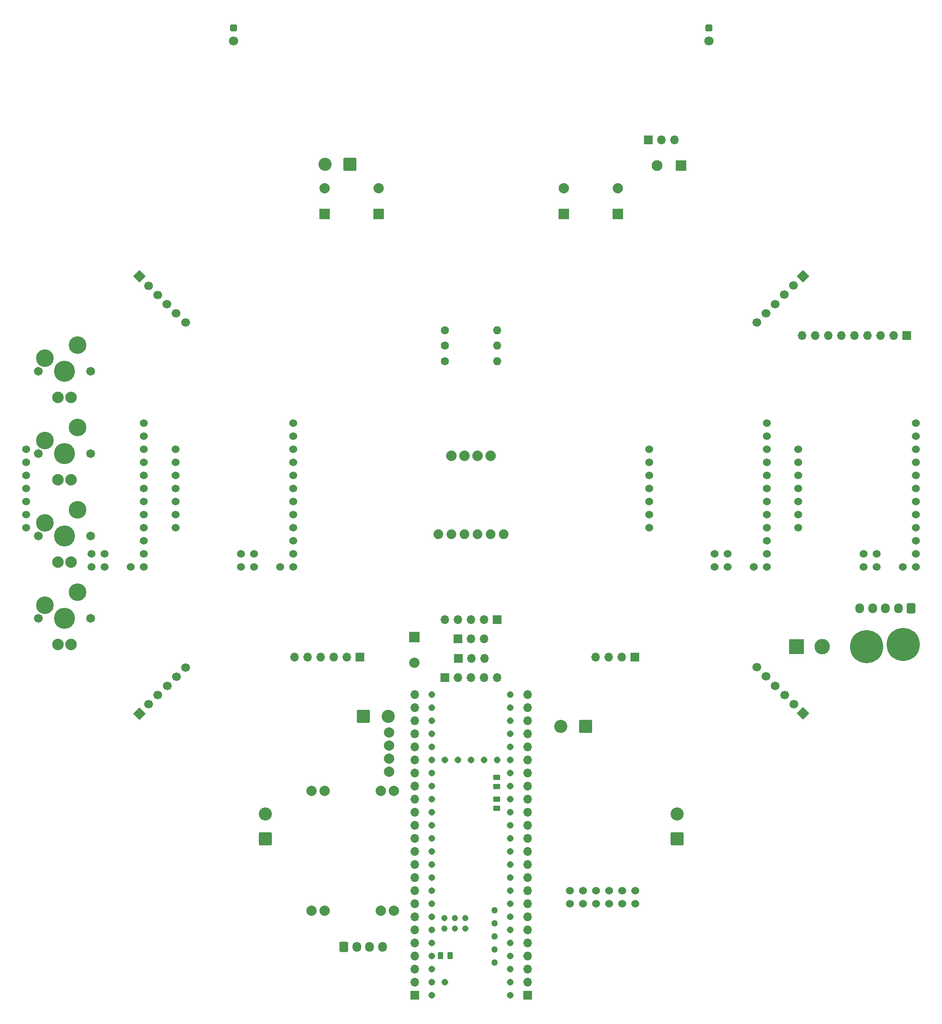
<source format=gbr>
%TF.GenerationSoftware,KiCad,Pcbnew,7.0.6-0*%
%TF.CreationDate,2023-09-15T15:09:58+10:00*%
%TF.ProjectId,Main 3.1,4d61696e-2033-42e3-912e-6b696361645f,rev?*%
%TF.SameCoordinates,Original*%
%TF.FileFunction,Soldermask,Bot*%
%TF.FilePolarity,Negative*%
%FSLAX46Y46*%
G04 Gerber Fmt 4.6, Leading zero omitted, Abs format (unit mm)*
G04 Created by KiCad (PCBNEW 7.0.6-0) date 2023-09-15 15:09:58*
%MOMM*%
%LPD*%
G01*
G04 APERTURE LIST*
G04 Aperture macros list*
%AMRoundRect*
0 Rectangle with rounded corners*
0 $1 Rounding radius*
0 $2 $3 $4 $5 $6 $7 $8 $9 X,Y pos of 4 corners*
0 Add a 4 corners polygon primitive as box body*
4,1,4,$2,$3,$4,$5,$6,$7,$8,$9,$2,$3,0*
0 Add four circle primitives for the rounded corners*
1,1,$1+$1,$2,$3*
1,1,$1+$1,$4,$5*
1,1,$1+$1,$6,$7*
1,1,$1+$1,$8,$9*
0 Add four rect primitives between the rounded corners*
20,1,$1+$1,$2,$3,$4,$5,0*
20,1,$1+$1,$4,$5,$6,$7,0*
20,1,$1+$1,$6,$7,$8,$9,0*
20,1,$1+$1,$8,$9,$2,$3,0*%
%AMHorizOval*
0 Thick line with rounded ends*
0 $1 width*
0 $2 $3 position (X,Y) of the first rounded end (center of the circle)*
0 $4 $5 position (X,Y) of the second rounded end (center of the circle)*
0 Add line between two ends*
20,1,$1,$2,$3,$4,$5,0*
0 Add two circle primitives to create the rounded ends*
1,1,$1,$2,$3*
1,1,$1,$4,$5*%
%AMRotRect*
0 Rectangle, with rotation*
0 The origin of the aperture is its center*
0 $1 length*
0 $2 width*
0 $3 Rotation angle, in degrees counterclockwise*
0 Add horizontal line*
21,1,$1,$2,0,0,$3*%
G04 Aperture macros list end*
%ADD10C,6.451600*%
%ADD11C,1.524000*%
%ADD12R,1.700000X1.700000*%
%ADD13O,1.700000X1.700000*%
%ADD14C,1.706881*%
%ADD15C,4.089400*%
%ADD16C,2.235200*%
%ADD17C,3.429000*%
%ADD18RoundRect,0.249999X-1.025001X-1.025001X1.025001X-1.025001X1.025001X1.025001X-1.025001X1.025001X0*%
%ADD19C,2.550000*%
%ADD20C,2.000000*%
%ADD21RoundRect,0.250001X0.799999X0.799999X-0.799999X0.799999X-0.799999X-0.799999X0.799999X-0.799999X0*%
%ADD22C,2.100000*%
%ADD23RoundRect,0.250000X0.600000X0.725000X-0.600000X0.725000X-0.600000X-0.725000X0.600000X-0.725000X0*%
%ADD24O,1.700000X1.950000*%
%ADD25RoundRect,0.249999X1.025001X1.025001X-1.025001X1.025001X-1.025001X-1.025001X1.025001X-1.025001X0*%
%ADD26C,1.308000*%
%ADD27C,1.258000*%
%ADD28C,1.208000*%
%ADD29RoundRect,0.249999X1.025001X-1.025001X1.025001X1.025001X-1.025001X1.025001X-1.025001X-1.025001X0*%
%ADD30R,3.000000X3.000000*%
%ADD31C,3.000000*%
%ADD32R,2.000000X2.000000*%
%ADD33RotRect,1.700000X1.700000X315.000000*%
%ADD34HorizOval,1.700000X0.000000X0.000000X0.000000X0.000000X0*%
%ADD35RoundRect,0.250000X-0.450000X0.262500X-0.450000X-0.262500X0.450000X-0.262500X0.450000X0.262500X0*%
%ADD36RotRect,1.700000X1.700000X45.000000*%
%ADD37HorizOval,1.700000X0.000000X0.000000X0.000000X0.000000X0*%
%ADD38RotRect,1.700000X1.700000X135.000000*%
%ADD39HorizOval,1.700000X0.000000X0.000000X0.000000X0.000000X0*%
%ADD40RotRect,1.700000X1.700000X225.000000*%
%ADD41HorizOval,1.700000X0.000000X0.000000X0.000000X0.000000X0*%
%ADD42C,1.879600*%
%ADD43C,2.032000*%
%ADD44C,1.600000*%
%ADD45O,1.600000X1.600000*%
%ADD46RoundRect,0.350000X-0.350000X0.350000X-0.350000X-0.350000X0.350000X-0.350000X0.350000X0.350000X0*%
%ADD47C,1.800000*%
%ADD48RoundRect,0.250000X-0.262500X-0.450000X0.262500X-0.450000X0.262500X0.450000X-0.262500X0.450000X0*%
%ADD49RoundRect,0.250000X0.450000X-0.262500X0.450000X0.262500X-0.450000X0.262500X-0.450000X-0.262500X0*%
%ADD50RoundRect,0.250000X-0.600000X-0.725000X0.600000X-0.725000X0.600000X0.725000X-0.600000X0.725000X0*%
G04 APERTURE END LIST*
D10*
%TO.C,J16*%
X226813000Y-179500000D03*
X233925000Y-179075820D03*
%TD*%
D11*
%TO.C,U14*%
X169150000Y-226890000D03*
X169150000Y-229430000D03*
X171690000Y-226890000D03*
X171690000Y-229430000D03*
X174230000Y-226890000D03*
X174230000Y-229430000D03*
X176770000Y-226890000D03*
X176770000Y-229430000D03*
X179310000Y-226890000D03*
X179310000Y-229430000D03*
X181850000Y-229430000D03*
X181850000Y-226890000D03*
%TD*%
D12*
%TO.C,J15*%
X147460000Y-177975000D03*
D13*
X150000000Y-177975000D03*
X152540000Y-177975000D03*
%TD*%
D12*
%TO.C,J11*%
X160940000Y-247210000D03*
D13*
X160940000Y-244670000D03*
X160940000Y-242130000D03*
X160940000Y-239590000D03*
X160940000Y-237050000D03*
X160940000Y-234510000D03*
X160940000Y-231970000D03*
X160940000Y-229430000D03*
X160940000Y-226890000D03*
X160940000Y-224350000D03*
X160940000Y-221810000D03*
X160940000Y-219270000D03*
X160940000Y-216730000D03*
X160940000Y-214190000D03*
X160940000Y-211650000D03*
X160940000Y-209110000D03*
X160940000Y-206570000D03*
X160940000Y-204030000D03*
X160940000Y-201490000D03*
X160940000Y-198950000D03*
X160940000Y-196410000D03*
X160940000Y-193870000D03*
X160940000Y-191330000D03*
X160940000Y-188790000D03*
%TD*%
D14*
%TO.C,U12*%
X65920000Y-174000000D03*
D15*
X71000000Y-174000000D03*
D14*
X76080000Y-174000000D03*
D16*
X69730000Y-179080000D03*
X72270000Y-179080000D03*
D17*
X67190000Y-171460000D03*
X73540000Y-168920000D03*
%TD*%
D12*
%TO.C,J12*%
X139050000Y-247210000D03*
D13*
X139050000Y-244670000D03*
X139050000Y-242130000D03*
X139050000Y-239590000D03*
X139050000Y-237050000D03*
X139050000Y-234510000D03*
X139050000Y-231970000D03*
X139050000Y-229430000D03*
X139050000Y-226890000D03*
X139050000Y-224350000D03*
X139050000Y-221810000D03*
X139050000Y-219270000D03*
X139050000Y-216730000D03*
X139050000Y-214190000D03*
X139050000Y-211650000D03*
X139050000Y-209110000D03*
X139050000Y-206570000D03*
X139050000Y-204030000D03*
X139050000Y-201490000D03*
X139050000Y-198950000D03*
X139050000Y-196410000D03*
X139050000Y-193870000D03*
X139050000Y-191330000D03*
X139050000Y-188790000D03*
%TD*%
D18*
%TO.C,J3*%
X129100000Y-193000000D03*
D19*
X133900000Y-193000000D03*
%TD*%
D14*
%TO.C,U3*%
X65920000Y-158000000D03*
D15*
X71000000Y-158000000D03*
D14*
X76080000Y-158000000D03*
D16*
X69730000Y-163080000D03*
X72270000Y-163080000D03*
D17*
X67190000Y-155460000D03*
X73540000Y-152920000D03*
%TD*%
D12*
%TO.C,J1*%
X234640000Y-119000000D03*
D13*
X232100000Y-119000000D03*
X229560000Y-119000000D03*
X227020000Y-119000000D03*
X224480000Y-119000000D03*
X221940000Y-119000000D03*
X219400000Y-119000000D03*
X216860000Y-119000000D03*
X214320000Y-119000000D03*
%TD*%
D20*
%TO.C,U1*%
X134080000Y-203810000D03*
X134080000Y-201270000D03*
X134080000Y-198730000D03*
X134080000Y-196190000D03*
%TD*%
D12*
%TO.C,U16*%
X181800000Y-181500000D03*
D13*
X179260000Y-181500000D03*
X176720000Y-181500000D03*
X174180000Y-181500000D03*
%TD*%
D12*
%TO.C,J14*%
X147475000Y-181725000D03*
D13*
X150015000Y-181725000D03*
X152555000Y-181725000D03*
%TD*%
D21*
%TO.C,J20*%
X190750000Y-86000000D03*
D22*
X186150000Y-86000000D03*
%TD*%
D12*
%TO.C,J13*%
X144920000Y-185470000D03*
D13*
X147460000Y-185470000D03*
X150000000Y-185470000D03*
X152540000Y-185470000D03*
X155080000Y-185470000D03*
%TD*%
D12*
%TO.C,J23*%
X184460000Y-81000000D03*
D13*
X187000000Y-81000000D03*
X189540000Y-81000000D03*
%TD*%
D14*
%TO.C,U10*%
X65920000Y-142000000D03*
D15*
X71000000Y-142000000D03*
D14*
X76080000Y-142000000D03*
D16*
X69730000Y-147080000D03*
X72270000Y-147080000D03*
D17*
X67190000Y-139460000D03*
X73540000Y-136920000D03*
%TD*%
D23*
%TO.C,J18*%
X235500000Y-172025000D03*
D24*
X233000000Y-172025000D03*
X230500000Y-172025000D03*
X228000000Y-172025000D03*
X225500000Y-172025000D03*
%TD*%
D12*
%TO.C,J5*%
X155080000Y-174225000D03*
D13*
X152540000Y-174225000D03*
X150000000Y-174225000D03*
X147460000Y-174225000D03*
X144920000Y-174225000D03*
%TD*%
D25*
%TO.C,J19*%
X172250000Y-195000000D03*
D19*
X167450000Y-195000000D03*
%TD*%
D12*
%TO.C,U15*%
X128350000Y-181500000D03*
D13*
X125810000Y-181500000D03*
X123270000Y-181500000D03*
X120730000Y-181500000D03*
X118190000Y-181500000D03*
X115650000Y-181500000D03*
%TD*%
D26*
%TO.C,U8*%
X157620000Y-244670000D03*
X157620000Y-242130000D03*
X157620000Y-239590000D03*
X157620000Y-237050000D03*
X157620000Y-211650000D03*
X142380000Y-242130000D03*
X152540000Y-201490000D03*
X157620000Y-234510000D03*
X157620000Y-231970000D03*
D27*
X154570000Y-240860000D03*
D26*
X157620000Y-229430000D03*
X157620000Y-226890000D03*
X157620000Y-224350000D03*
X157620000Y-221810000D03*
X157620000Y-219270000D03*
X157620000Y-216730000D03*
X157620000Y-214190000D03*
X142380000Y-214190000D03*
X142380000Y-216730000D03*
X142380000Y-219270000D03*
X142380000Y-221810000D03*
X142380000Y-224350000D03*
X142380000Y-226890000D03*
X142380000Y-229430000D03*
X142380000Y-231970000D03*
X142380000Y-234510000D03*
X142380000Y-237050000D03*
X142380000Y-239590000D03*
X157620000Y-209110000D03*
X157620000Y-206570000D03*
X157620000Y-204030000D03*
X157620000Y-201490000D03*
X157620000Y-198950000D03*
X157620000Y-196410000D03*
X157620000Y-193870000D03*
X157620000Y-191330000D03*
X157620000Y-188790000D03*
X142380000Y-188790000D03*
X142380000Y-191330000D03*
X142380000Y-193870000D03*
X142380000Y-196410000D03*
X142380000Y-198950000D03*
X142380000Y-201490000D03*
X142380000Y-204030000D03*
X142380000Y-206570000D03*
X142380000Y-209110000D03*
D27*
X154570000Y-235780000D03*
X154570000Y-238320000D03*
D26*
X157620000Y-247210000D03*
X142380000Y-211650000D03*
X142380000Y-244670000D03*
X150000000Y-201490000D03*
D28*
X146830000Y-232240000D03*
X146830000Y-234240000D03*
D26*
X144920000Y-201490000D03*
X147460000Y-201490000D03*
D28*
X144830000Y-234240000D03*
X144830000Y-232240000D03*
X148830000Y-232240000D03*
X148830000Y-234240000D03*
D27*
X154570000Y-233240000D03*
X154570000Y-230700000D03*
D26*
X155080000Y-201490000D03*
X142380000Y-247210000D03*
X144920000Y-244670000D03*
%TD*%
D14*
%TO.C,U11*%
X65920000Y-126000000D03*
D15*
X71000000Y-126000000D03*
D14*
X76080000Y-126000000D03*
D16*
X69730000Y-131080000D03*
X72270000Y-131080000D03*
D17*
X67190000Y-123460000D03*
X73540000Y-120920000D03*
%TD*%
D29*
%TO.C,U9*%
X110000000Y-216800000D03*
D19*
X110000000Y-212000000D03*
D29*
X190000000Y-216800000D03*
D19*
X190000000Y-212000000D03*
%TD*%
D30*
%TO.C,J17*%
X213250000Y-179500000D03*
D31*
X218250000Y-179500000D03*
%TD*%
D32*
%TO.C,C2*%
X139000000Y-177632323D03*
D20*
X139000000Y-182632323D03*
%TD*%
%TO.C,U2*%
X132430000Y-230822500D03*
X134970000Y-230822500D03*
X118990000Y-230822500D03*
X121530000Y-230822500D03*
X132440000Y-207482500D03*
X134980000Y-207482500D03*
X119000000Y-207482500D03*
X121540000Y-207482500D03*
%TD*%
D32*
%TO.C,C3*%
X121500000Y-95367677D03*
D20*
X121500000Y-90367677D03*
%TD*%
D33*
%TO.C,J9*%
X85545227Y-192490128D03*
D34*
X87341278Y-190694077D03*
X89137329Y-188898026D03*
X90933381Y-187101974D03*
X92729432Y-185305923D03*
X94525483Y-183509872D03*
%TD*%
D32*
%TO.C,C6*%
X178500000Y-95367677D03*
D20*
X178500000Y-90367677D03*
%TD*%
D32*
%TO.C,C5*%
X168000000Y-95367677D03*
D20*
X168000000Y-90367677D03*
%TD*%
D35*
%TO.C,R4*%
X155000000Y-209087500D03*
X155000000Y-210912500D03*
%TD*%
D11*
%TO.C,U7*%
X86430000Y-136030000D03*
X86430000Y-138570000D03*
X86430000Y-141110000D03*
X86430000Y-143650000D03*
X86430000Y-146190000D03*
X86430000Y-148730000D03*
X86430000Y-151270000D03*
X86430000Y-153810000D03*
X86430000Y-156350000D03*
X86430000Y-158890000D03*
X86430000Y-161430000D03*
X86430000Y-163970000D03*
X83890000Y-163970000D03*
X63570000Y-141110000D03*
X63570000Y-146190000D03*
X63570000Y-143650000D03*
X63570000Y-148730000D03*
X63570000Y-151270000D03*
X63570000Y-153810000D03*
X63570000Y-156350000D03*
X78810000Y-161430000D03*
X76270000Y-161430000D03*
X78810000Y-163970000D03*
X76270000Y-163970000D03*
%TD*%
D25*
%TO.C,J6*%
X126400000Y-85750000D03*
D19*
X121600000Y-85750000D03*
%TD*%
D36*
%TO.C,J8*%
X214490128Y-192454773D03*
D37*
X212694077Y-190658722D03*
X210898026Y-188862671D03*
X209101974Y-187066619D03*
X207305923Y-185270568D03*
X205509872Y-183474517D03*
%TD*%
D11*
%TO.C,U6*%
X115430000Y-136030000D03*
X115430000Y-138570000D03*
X115430000Y-141110000D03*
X115430000Y-143650000D03*
X115430000Y-146190000D03*
X115430000Y-148730000D03*
X115430000Y-151270000D03*
X115430000Y-153810000D03*
X115430000Y-156350000D03*
X115430000Y-158890000D03*
X115430000Y-161430000D03*
X115430000Y-163970000D03*
X112890000Y-163970000D03*
X92570000Y-141110000D03*
X92570000Y-146190000D03*
X92570000Y-143650000D03*
X92570000Y-148730000D03*
X92570000Y-151270000D03*
X92570000Y-153810000D03*
X92570000Y-156350000D03*
X107810000Y-161430000D03*
X105270000Y-161430000D03*
X107810000Y-163970000D03*
X105270000Y-163970000D03*
%TD*%
D38*
%TO.C,J7*%
X214454773Y-107509872D03*
D39*
X212658722Y-109305923D03*
X210862671Y-111101974D03*
X209066619Y-112898026D03*
X207270568Y-114694077D03*
X205474517Y-116490128D03*
%TD*%
D40*
%TO.C,J10*%
X85509872Y-107545227D03*
D41*
X87305923Y-109341278D03*
X89101974Y-111137329D03*
X90898026Y-112933381D03*
X92694077Y-114729432D03*
X94490128Y-116525483D03*
%TD*%
D42*
%TO.C,U13*%
X156350000Y-157620000D03*
X153810000Y-157620000D03*
X151270000Y-157620000D03*
X148730000Y-157620000D03*
X146190000Y-157620000D03*
X143650000Y-157620000D03*
D43*
X153810000Y-142380000D03*
X151270000Y-142380000D03*
X148730000Y-142380000D03*
X146190000Y-142380000D03*
%TD*%
D44*
%TO.C,R16*%
X144920000Y-118000000D03*
D45*
X155080000Y-118000000D03*
%TD*%
D46*
%TO.C,Q2*%
X103800001Y-59225000D03*
D47*
X103800001Y-61765000D03*
%TD*%
D11*
%TO.C,U5*%
X207430000Y-136030000D03*
X207430000Y-138570000D03*
X207430000Y-141110000D03*
X207430000Y-143650000D03*
X207430000Y-146190000D03*
X207430000Y-148730000D03*
X207430000Y-151270000D03*
X207430000Y-153810000D03*
X207430000Y-156350000D03*
X207430000Y-158890000D03*
X207430000Y-161430000D03*
X207430000Y-163970000D03*
X204890000Y-163970000D03*
X184570000Y-141110000D03*
X184570000Y-146190000D03*
X184570000Y-143650000D03*
X184570000Y-148730000D03*
X184570000Y-151270000D03*
X184570000Y-153810000D03*
X184570000Y-156350000D03*
X199810000Y-161430000D03*
X197270000Y-161430000D03*
X199810000Y-163970000D03*
X197270000Y-163970000D03*
%TD*%
%TO.C,U4*%
X236430000Y-136030000D03*
X236430000Y-138570000D03*
X236430000Y-141110000D03*
X236430000Y-143650000D03*
X236430000Y-146190000D03*
X236430000Y-148730000D03*
X236430000Y-151270000D03*
X236430000Y-153810000D03*
X236430000Y-156350000D03*
X236430000Y-158890000D03*
X236430000Y-161430000D03*
X236430000Y-163970000D03*
X233890000Y-163970000D03*
X213570000Y-141110000D03*
X213570000Y-146190000D03*
X213570000Y-143650000D03*
X213570000Y-148730000D03*
X213570000Y-151270000D03*
X213570000Y-153810000D03*
X213570000Y-156350000D03*
X228810000Y-161430000D03*
X226270000Y-161430000D03*
X228810000Y-163970000D03*
X226270000Y-163970000D03*
%TD*%
D48*
%TO.C,R2*%
X144087500Y-239500000D03*
X145912500Y-239500000D03*
%TD*%
D44*
%TO.C,R15*%
X144920000Y-121000000D03*
D45*
X155080000Y-121000000D03*
%TD*%
D49*
%TO.C,R6*%
X155000000Y-206662500D03*
X155000000Y-204837500D03*
%TD*%
D50*
%TO.C,J21*%
X125250000Y-237775000D03*
D24*
X127750000Y-237775000D03*
X130250000Y-237775000D03*
X132750000Y-237775000D03*
%TD*%
D32*
%TO.C,C4*%
X132000000Y-95367677D03*
D20*
X132000000Y-90367677D03*
%TD*%
D44*
%TO.C,R8*%
X144920000Y-124000000D03*
D45*
X155080000Y-124000000D03*
%TD*%
D46*
%TO.C,D1*%
X196200001Y-59225000D03*
D47*
X196200001Y-61765000D03*
%TD*%
M02*

</source>
